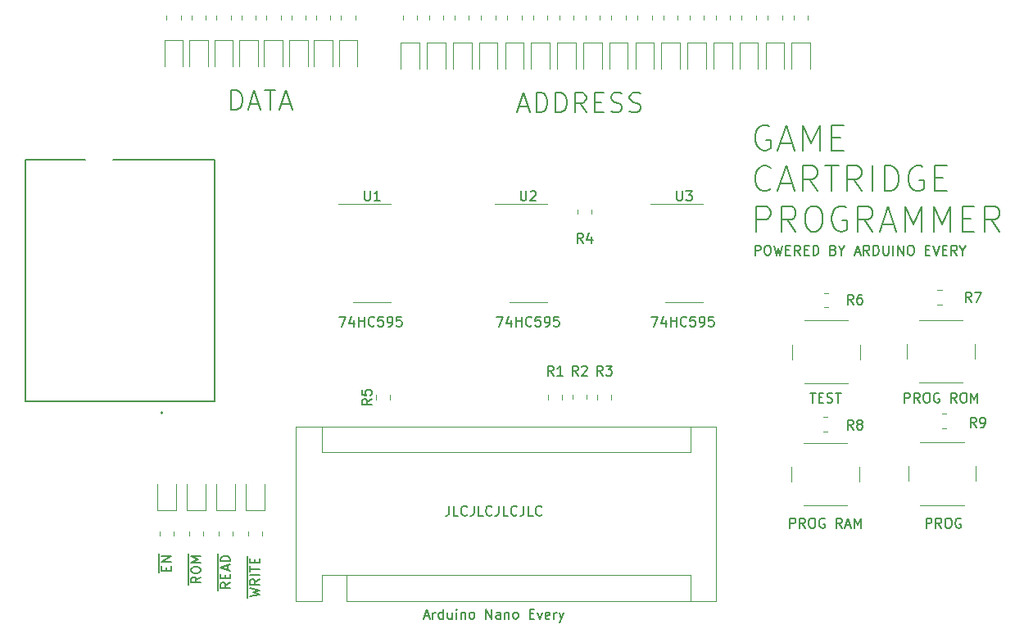
<source format=gbr>
%TF.GenerationSoftware,KiCad,Pcbnew,(6.0.0-0)*%
%TF.CreationDate,2022-01-13T01:42:20-05:00*%
%TF.ProjectId,ROM-Cartridge-programmer,524f4d2d-4361-4727-9472-696467652d70,rev?*%
%TF.SameCoordinates,Original*%
%TF.FileFunction,Legend,Top*%
%TF.FilePolarity,Positive*%
%FSLAX46Y46*%
G04 Gerber Fmt 4.6, Leading zero omitted, Abs format (unit mm)*
G04 Created by KiCad (PCBNEW (6.0.0-0)) date 2022-01-13 01:42:20*
%MOMM*%
%LPD*%
G01*
G04 APERTURE LIST*
%ADD10C,0.150000*%
%ADD11C,0.120000*%
%ADD12C,0.200000*%
G04 APERTURE END LIST*
D10*
X181538761Y-115276380D02*
X182110190Y-115276380D01*
X181824476Y-116276380D02*
X181824476Y-115276380D01*
X182443523Y-115752571D02*
X182776857Y-115752571D01*
X182919714Y-116276380D02*
X182443523Y-116276380D01*
X182443523Y-115276380D01*
X182919714Y-115276380D01*
X183300666Y-116228761D02*
X183443523Y-116276380D01*
X183681619Y-116276380D01*
X183776857Y-116228761D01*
X183824476Y-116181142D01*
X183872095Y-116085904D01*
X183872095Y-115990666D01*
X183824476Y-115895428D01*
X183776857Y-115847809D01*
X183681619Y-115800190D01*
X183491142Y-115752571D01*
X183395904Y-115704952D01*
X183348285Y-115657333D01*
X183300666Y-115562095D01*
X183300666Y-115466857D01*
X183348285Y-115371619D01*
X183395904Y-115324000D01*
X183491142Y-115276380D01*
X183729238Y-115276380D01*
X183872095Y-115324000D01*
X184157809Y-115276380D02*
X184729238Y-115276380D01*
X184443523Y-116276380D02*
X184443523Y-115276380D01*
X117280000Y-135113976D02*
X117280000Y-134113976D01*
X118562380Y-134304452D02*
X118086190Y-134637785D01*
X118562380Y-134875880D02*
X117562380Y-134875880D01*
X117562380Y-134494928D01*
X117610000Y-134399690D01*
X117657619Y-134352071D01*
X117752857Y-134304452D01*
X117895714Y-134304452D01*
X117990952Y-134352071D01*
X118038571Y-134399690D01*
X118086190Y-134494928D01*
X118086190Y-134875880D01*
X117280000Y-134113976D02*
X117280000Y-133066357D01*
X117562380Y-133685404D02*
X117562380Y-133494928D01*
X117610000Y-133399690D01*
X117705238Y-133304452D01*
X117895714Y-133256833D01*
X118229047Y-133256833D01*
X118419523Y-133304452D01*
X118514761Y-133399690D01*
X118562380Y-133494928D01*
X118562380Y-133685404D01*
X118514761Y-133780642D01*
X118419523Y-133875880D01*
X118229047Y-133923500D01*
X117895714Y-133923500D01*
X117705238Y-133875880D01*
X117610000Y-133780642D01*
X117562380Y-133685404D01*
X117280000Y-133066357D02*
X117280000Y-131923500D01*
X118562380Y-132828261D02*
X117562380Y-132828261D01*
X118276666Y-132494928D01*
X117562380Y-132161595D01*
X118562380Y-132161595D01*
X191310095Y-116276380D02*
X191310095Y-115276380D01*
X191691047Y-115276380D01*
X191786285Y-115324000D01*
X191833904Y-115371619D01*
X191881523Y-115466857D01*
X191881523Y-115609714D01*
X191833904Y-115704952D01*
X191786285Y-115752571D01*
X191691047Y-115800190D01*
X191310095Y-115800190D01*
X192881523Y-116276380D02*
X192548190Y-115800190D01*
X192310095Y-116276380D02*
X192310095Y-115276380D01*
X192691047Y-115276380D01*
X192786285Y-115324000D01*
X192833904Y-115371619D01*
X192881523Y-115466857D01*
X192881523Y-115609714D01*
X192833904Y-115704952D01*
X192786285Y-115752571D01*
X192691047Y-115800190D01*
X192310095Y-115800190D01*
X193500571Y-115276380D02*
X193691047Y-115276380D01*
X193786285Y-115324000D01*
X193881523Y-115419238D01*
X193929142Y-115609714D01*
X193929142Y-115943047D01*
X193881523Y-116133523D01*
X193786285Y-116228761D01*
X193691047Y-116276380D01*
X193500571Y-116276380D01*
X193405333Y-116228761D01*
X193310095Y-116133523D01*
X193262476Y-115943047D01*
X193262476Y-115609714D01*
X193310095Y-115419238D01*
X193405333Y-115324000D01*
X193500571Y-115276380D01*
X194881523Y-115324000D02*
X194786285Y-115276380D01*
X194643428Y-115276380D01*
X194500571Y-115324000D01*
X194405333Y-115419238D01*
X194357714Y-115514476D01*
X194310095Y-115704952D01*
X194310095Y-115847809D01*
X194357714Y-116038285D01*
X194405333Y-116133523D01*
X194500571Y-116228761D01*
X194643428Y-116276380D01*
X194738666Y-116276380D01*
X194881523Y-116228761D01*
X194929142Y-116181142D01*
X194929142Y-115847809D01*
X194738666Y-115847809D01*
X196691047Y-116276380D02*
X196357714Y-115800190D01*
X196119619Y-116276380D02*
X196119619Y-115276380D01*
X196500571Y-115276380D01*
X196595809Y-115324000D01*
X196643428Y-115371619D01*
X196691047Y-115466857D01*
X196691047Y-115609714D01*
X196643428Y-115704952D01*
X196595809Y-115752571D01*
X196500571Y-115800190D01*
X196119619Y-115800190D01*
X197310095Y-115276380D02*
X197500571Y-115276380D01*
X197595809Y-115324000D01*
X197691047Y-115419238D01*
X197738666Y-115609714D01*
X197738666Y-115943047D01*
X197691047Y-116133523D01*
X197595809Y-116228761D01*
X197500571Y-116276380D01*
X197310095Y-116276380D01*
X197214857Y-116228761D01*
X197119619Y-116133523D01*
X197072000Y-115943047D01*
X197072000Y-115609714D01*
X197119619Y-115419238D01*
X197214857Y-115324000D01*
X197310095Y-115276380D01*
X198167238Y-116276380D02*
X198167238Y-115276380D01*
X198500571Y-115990666D01*
X198833904Y-115276380D01*
X198833904Y-116276380D01*
X144224952Y-126960380D02*
X144224952Y-127674666D01*
X144177333Y-127817523D01*
X144082095Y-127912761D01*
X143939238Y-127960380D01*
X143844000Y-127960380D01*
X145177333Y-127960380D02*
X144701142Y-127960380D01*
X144701142Y-126960380D01*
X146082095Y-127865142D02*
X146034476Y-127912761D01*
X145891619Y-127960380D01*
X145796380Y-127960380D01*
X145653523Y-127912761D01*
X145558285Y-127817523D01*
X145510666Y-127722285D01*
X145463047Y-127531809D01*
X145463047Y-127388952D01*
X145510666Y-127198476D01*
X145558285Y-127103238D01*
X145653523Y-127008000D01*
X145796380Y-126960380D01*
X145891619Y-126960380D01*
X146034476Y-127008000D01*
X146082095Y-127055619D01*
X146796380Y-126960380D02*
X146796380Y-127674666D01*
X146748761Y-127817523D01*
X146653523Y-127912761D01*
X146510666Y-127960380D01*
X146415428Y-127960380D01*
X147748761Y-127960380D02*
X147272571Y-127960380D01*
X147272571Y-126960380D01*
X148653523Y-127865142D02*
X148605904Y-127912761D01*
X148463047Y-127960380D01*
X148367809Y-127960380D01*
X148224952Y-127912761D01*
X148129714Y-127817523D01*
X148082095Y-127722285D01*
X148034476Y-127531809D01*
X148034476Y-127388952D01*
X148082095Y-127198476D01*
X148129714Y-127103238D01*
X148224952Y-127008000D01*
X148367809Y-126960380D01*
X148463047Y-126960380D01*
X148605904Y-127008000D01*
X148653523Y-127055619D01*
X149367809Y-126960380D02*
X149367809Y-127674666D01*
X149320190Y-127817523D01*
X149224952Y-127912761D01*
X149082095Y-127960380D01*
X148986857Y-127960380D01*
X150320190Y-127960380D02*
X149844000Y-127960380D01*
X149844000Y-126960380D01*
X151224952Y-127865142D02*
X151177333Y-127912761D01*
X151034476Y-127960380D01*
X150939238Y-127960380D01*
X150796380Y-127912761D01*
X150701142Y-127817523D01*
X150653523Y-127722285D01*
X150605904Y-127531809D01*
X150605904Y-127388952D01*
X150653523Y-127198476D01*
X150701142Y-127103238D01*
X150796380Y-127008000D01*
X150939238Y-126960380D01*
X151034476Y-126960380D01*
X151177333Y-127008000D01*
X151224952Y-127055619D01*
X151939238Y-126960380D02*
X151939238Y-127674666D01*
X151891619Y-127817523D01*
X151796380Y-127912761D01*
X151653523Y-127960380D01*
X151558285Y-127960380D01*
X152891619Y-127960380D02*
X152415428Y-127960380D01*
X152415428Y-126960380D01*
X153796380Y-127865142D02*
X153748761Y-127912761D01*
X153605904Y-127960380D01*
X153510666Y-127960380D01*
X153367809Y-127912761D01*
X153272571Y-127817523D01*
X153224952Y-127722285D01*
X153177333Y-127531809D01*
X153177333Y-127388952D01*
X153224952Y-127198476D01*
X153272571Y-127103238D01*
X153367809Y-127008000D01*
X153510666Y-126960380D01*
X153605904Y-126960380D01*
X153748761Y-127008000D01*
X153796380Y-127055619D01*
X120328000Y-135685404D02*
X120328000Y-134685404D01*
X121610380Y-134875880D02*
X121134190Y-135209214D01*
X121610380Y-135447309D02*
X120610380Y-135447309D01*
X120610380Y-135066357D01*
X120658000Y-134971119D01*
X120705619Y-134923500D01*
X120800857Y-134875880D01*
X120943714Y-134875880D01*
X121038952Y-134923500D01*
X121086571Y-134971119D01*
X121134190Y-135066357D01*
X121134190Y-135447309D01*
X120328000Y-134685404D02*
X120328000Y-133780642D01*
X121086571Y-134447309D02*
X121086571Y-134113976D01*
X121610380Y-133971119D02*
X121610380Y-134447309D01*
X120610380Y-134447309D01*
X120610380Y-133971119D01*
X120328000Y-133780642D02*
X120328000Y-132923500D01*
X121324666Y-133590166D02*
X121324666Y-133113976D01*
X121610380Y-133685404D02*
X120610380Y-133352071D01*
X121610380Y-133018738D01*
X120328000Y-132923500D02*
X120328000Y-131923500D01*
X121610380Y-132685404D02*
X120610380Y-132685404D01*
X120610380Y-132447309D01*
X120658000Y-132304452D01*
X120753238Y-132209214D01*
X120848476Y-132161595D01*
X121038952Y-132113976D01*
X121181809Y-132113976D01*
X121372285Y-132161595D01*
X121467523Y-132209214D01*
X121562761Y-132304452D01*
X121610380Y-132447309D01*
X121610380Y-132685404D01*
X193540285Y-129230380D02*
X193540285Y-128230380D01*
X193921238Y-128230380D01*
X194016476Y-128278000D01*
X194064095Y-128325619D01*
X194111714Y-128420857D01*
X194111714Y-128563714D01*
X194064095Y-128658952D01*
X194016476Y-128706571D01*
X193921238Y-128754190D01*
X193540285Y-128754190D01*
X195111714Y-129230380D02*
X194778380Y-128754190D01*
X194540285Y-129230380D02*
X194540285Y-128230380D01*
X194921238Y-128230380D01*
X195016476Y-128278000D01*
X195064095Y-128325619D01*
X195111714Y-128420857D01*
X195111714Y-128563714D01*
X195064095Y-128658952D01*
X195016476Y-128706571D01*
X194921238Y-128754190D01*
X194540285Y-128754190D01*
X195730761Y-128230380D02*
X195921238Y-128230380D01*
X196016476Y-128278000D01*
X196111714Y-128373238D01*
X196159333Y-128563714D01*
X196159333Y-128897047D01*
X196111714Y-129087523D01*
X196016476Y-129182761D01*
X195921238Y-129230380D01*
X195730761Y-129230380D01*
X195635523Y-129182761D01*
X195540285Y-129087523D01*
X195492666Y-128897047D01*
X195492666Y-128563714D01*
X195540285Y-128373238D01*
X195635523Y-128278000D01*
X195730761Y-128230380D01*
X197111714Y-128278000D02*
X197016476Y-128230380D01*
X196873619Y-128230380D01*
X196730761Y-128278000D01*
X196635523Y-128373238D01*
X196587904Y-128468476D01*
X196540285Y-128658952D01*
X196540285Y-128801809D01*
X196587904Y-128992285D01*
X196635523Y-129087523D01*
X196730761Y-129182761D01*
X196873619Y-129230380D01*
X196968857Y-129230380D01*
X197111714Y-129182761D01*
X197159333Y-129135142D01*
X197159333Y-128801809D01*
X196968857Y-128801809D01*
X177338452Y-87732000D02*
X177090833Y-87608190D01*
X176719404Y-87608190D01*
X176347976Y-87732000D01*
X176100357Y-87979619D01*
X175976547Y-88227238D01*
X175852738Y-88722476D01*
X175852738Y-89093904D01*
X175976547Y-89589142D01*
X176100357Y-89836761D01*
X176347976Y-90084380D01*
X176719404Y-90208190D01*
X176967023Y-90208190D01*
X177338452Y-90084380D01*
X177462261Y-89960571D01*
X177462261Y-89093904D01*
X176967023Y-89093904D01*
X178452738Y-89465333D02*
X179690833Y-89465333D01*
X178205119Y-90208190D02*
X179071785Y-87608190D01*
X179938452Y-90208190D01*
X180805119Y-90208190D02*
X180805119Y-87608190D01*
X181671785Y-89465333D01*
X182538452Y-87608190D01*
X182538452Y-90208190D01*
X183776547Y-88846285D02*
X184643214Y-88846285D01*
X185014642Y-90208190D02*
X183776547Y-90208190D01*
X183776547Y-87608190D01*
X185014642Y-87608190D01*
X177462261Y-94146571D02*
X177338452Y-94270380D01*
X176967023Y-94394190D01*
X176719404Y-94394190D01*
X176347976Y-94270380D01*
X176100357Y-94022761D01*
X175976547Y-93775142D01*
X175852738Y-93279904D01*
X175852738Y-92908476D01*
X175976547Y-92413238D01*
X176100357Y-92165619D01*
X176347976Y-91918000D01*
X176719404Y-91794190D01*
X176967023Y-91794190D01*
X177338452Y-91918000D01*
X177462261Y-92041809D01*
X178452738Y-93651333D02*
X179690833Y-93651333D01*
X178205119Y-94394190D02*
X179071785Y-91794190D01*
X179938452Y-94394190D01*
X182290833Y-94394190D02*
X181424166Y-93156095D01*
X180805119Y-94394190D02*
X180805119Y-91794190D01*
X181795595Y-91794190D01*
X182043214Y-91918000D01*
X182167023Y-92041809D01*
X182290833Y-92289428D01*
X182290833Y-92660857D01*
X182167023Y-92908476D01*
X182043214Y-93032285D01*
X181795595Y-93156095D01*
X180805119Y-93156095D01*
X183033690Y-91794190D02*
X184519404Y-91794190D01*
X183776547Y-94394190D02*
X183776547Y-91794190D01*
X186871785Y-94394190D02*
X186005119Y-93156095D01*
X185386071Y-94394190D02*
X185386071Y-91794190D01*
X186376547Y-91794190D01*
X186624166Y-91918000D01*
X186747976Y-92041809D01*
X186871785Y-92289428D01*
X186871785Y-92660857D01*
X186747976Y-92908476D01*
X186624166Y-93032285D01*
X186376547Y-93156095D01*
X185386071Y-93156095D01*
X187986071Y-94394190D02*
X187986071Y-91794190D01*
X189224166Y-94394190D02*
X189224166Y-91794190D01*
X189843214Y-91794190D01*
X190214642Y-91918000D01*
X190462261Y-92165619D01*
X190586071Y-92413238D01*
X190709880Y-92908476D01*
X190709880Y-93279904D01*
X190586071Y-93775142D01*
X190462261Y-94022761D01*
X190214642Y-94270380D01*
X189843214Y-94394190D01*
X189224166Y-94394190D01*
X193186071Y-91918000D02*
X192938452Y-91794190D01*
X192567023Y-91794190D01*
X192195595Y-91918000D01*
X191947976Y-92165619D01*
X191824166Y-92413238D01*
X191700357Y-92908476D01*
X191700357Y-93279904D01*
X191824166Y-93775142D01*
X191947976Y-94022761D01*
X192195595Y-94270380D01*
X192567023Y-94394190D01*
X192814642Y-94394190D01*
X193186071Y-94270380D01*
X193309880Y-94146571D01*
X193309880Y-93279904D01*
X192814642Y-93279904D01*
X194424166Y-93032285D02*
X195290833Y-93032285D01*
X195662261Y-94394190D02*
X194424166Y-94394190D01*
X194424166Y-91794190D01*
X195662261Y-91794190D01*
X175976547Y-98580190D02*
X175976547Y-95980190D01*
X176967023Y-95980190D01*
X177214642Y-96104000D01*
X177338452Y-96227809D01*
X177462261Y-96475428D01*
X177462261Y-96846857D01*
X177338452Y-97094476D01*
X177214642Y-97218285D01*
X176967023Y-97342095D01*
X175976547Y-97342095D01*
X180062261Y-98580190D02*
X179195595Y-97342095D01*
X178576547Y-98580190D02*
X178576547Y-95980190D01*
X179567023Y-95980190D01*
X179814642Y-96104000D01*
X179938452Y-96227809D01*
X180062261Y-96475428D01*
X180062261Y-96846857D01*
X179938452Y-97094476D01*
X179814642Y-97218285D01*
X179567023Y-97342095D01*
X178576547Y-97342095D01*
X181671785Y-95980190D02*
X182167023Y-95980190D01*
X182414642Y-96104000D01*
X182662261Y-96351619D01*
X182786071Y-96846857D01*
X182786071Y-97713523D01*
X182662261Y-98208761D01*
X182414642Y-98456380D01*
X182167023Y-98580190D01*
X181671785Y-98580190D01*
X181424166Y-98456380D01*
X181176547Y-98208761D01*
X181052738Y-97713523D01*
X181052738Y-96846857D01*
X181176547Y-96351619D01*
X181424166Y-96104000D01*
X181671785Y-95980190D01*
X185262261Y-96104000D02*
X185014642Y-95980190D01*
X184643214Y-95980190D01*
X184271785Y-96104000D01*
X184024166Y-96351619D01*
X183900357Y-96599238D01*
X183776547Y-97094476D01*
X183776547Y-97465904D01*
X183900357Y-97961142D01*
X184024166Y-98208761D01*
X184271785Y-98456380D01*
X184643214Y-98580190D01*
X184890833Y-98580190D01*
X185262261Y-98456380D01*
X185386071Y-98332571D01*
X185386071Y-97465904D01*
X184890833Y-97465904D01*
X187986071Y-98580190D02*
X187119404Y-97342095D01*
X186500357Y-98580190D02*
X186500357Y-95980190D01*
X187490833Y-95980190D01*
X187738452Y-96104000D01*
X187862261Y-96227809D01*
X187986071Y-96475428D01*
X187986071Y-96846857D01*
X187862261Y-97094476D01*
X187738452Y-97218285D01*
X187490833Y-97342095D01*
X186500357Y-97342095D01*
X188976547Y-97837333D02*
X190214642Y-97837333D01*
X188728928Y-98580190D02*
X189595595Y-95980190D01*
X190462261Y-98580190D01*
X191328928Y-98580190D02*
X191328928Y-95980190D01*
X192195595Y-97837333D01*
X193062261Y-95980190D01*
X193062261Y-98580190D01*
X194300357Y-98580190D02*
X194300357Y-95980190D01*
X195167023Y-97837333D01*
X196033690Y-95980190D01*
X196033690Y-98580190D01*
X197271785Y-97218285D02*
X198138452Y-97218285D01*
X198509880Y-98580190D02*
X197271785Y-98580190D01*
X197271785Y-95980190D01*
X198509880Y-95980190D01*
X201109880Y-98580190D02*
X200243214Y-97342095D01*
X199624166Y-98580190D02*
X199624166Y-95980190D01*
X200614642Y-95980190D01*
X200862261Y-96104000D01*
X200986071Y-96227809D01*
X201109880Y-96475428D01*
X201109880Y-96846857D01*
X200986071Y-97094476D01*
X200862261Y-97218285D01*
X200614642Y-97342095D01*
X199624166Y-97342095D01*
X179467333Y-129230380D02*
X179467333Y-128230380D01*
X179848285Y-128230380D01*
X179943523Y-128278000D01*
X179991142Y-128325619D01*
X180038761Y-128420857D01*
X180038761Y-128563714D01*
X179991142Y-128658952D01*
X179943523Y-128706571D01*
X179848285Y-128754190D01*
X179467333Y-128754190D01*
X181038761Y-129230380D02*
X180705428Y-128754190D01*
X180467333Y-129230380D02*
X180467333Y-128230380D01*
X180848285Y-128230380D01*
X180943523Y-128278000D01*
X180991142Y-128325619D01*
X181038761Y-128420857D01*
X181038761Y-128563714D01*
X180991142Y-128658952D01*
X180943523Y-128706571D01*
X180848285Y-128754190D01*
X180467333Y-128754190D01*
X181657809Y-128230380D02*
X181848285Y-128230380D01*
X181943523Y-128278000D01*
X182038761Y-128373238D01*
X182086380Y-128563714D01*
X182086380Y-128897047D01*
X182038761Y-129087523D01*
X181943523Y-129182761D01*
X181848285Y-129230380D01*
X181657809Y-129230380D01*
X181562571Y-129182761D01*
X181467333Y-129087523D01*
X181419714Y-128897047D01*
X181419714Y-128563714D01*
X181467333Y-128373238D01*
X181562571Y-128278000D01*
X181657809Y-128230380D01*
X183038761Y-128278000D02*
X182943523Y-128230380D01*
X182800666Y-128230380D01*
X182657809Y-128278000D01*
X182562571Y-128373238D01*
X182514952Y-128468476D01*
X182467333Y-128658952D01*
X182467333Y-128801809D01*
X182514952Y-128992285D01*
X182562571Y-129087523D01*
X182657809Y-129182761D01*
X182800666Y-129230380D01*
X182895904Y-129230380D01*
X183038761Y-129182761D01*
X183086380Y-129135142D01*
X183086380Y-128801809D01*
X182895904Y-128801809D01*
X184848285Y-129230380D02*
X184514952Y-128754190D01*
X184276857Y-129230380D02*
X184276857Y-128230380D01*
X184657809Y-128230380D01*
X184753047Y-128278000D01*
X184800666Y-128325619D01*
X184848285Y-128420857D01*
X184848285Y-128563714D01*
X184800666Y-128658952D01*
X184753047Y-128706571D01*
X184657809Y-128754190D01*
X184276857Y-128754190D01*
X185229238Y-128944666D02*
X185705428Y-128944666D01*
X185134000Y-129230380D02*
X185467333Y-128230380D01*
X185800666Y-129230380D01*
X186134000Y-129230380D02*
X186134000Y-128230380D01*
X186467333Y-128944666D01*
X186800666Y-128230380D01*
X186800666Y-129230380D01*
X151448285Y-85677333D02*
X152400666Y-85677333D01*
X151257809Y-86248761D02*
X151924476Y-84248761D01*
X152591142Y-86248761D01*
X153257809Y-86248761D02*
X153257809Y-84248761D01*
X153734000Y-84248761D01*
X154019714Y-84344000D01*
X154210190Y-84534476D01*
X154305428Y-84724952D01*
X154400666Y-85105904D01*
X154400666Y-85391619D01*
X154305428Y-85772571D01*
X154210190Y-85963047D01*
X154019714Y-86153523D01*
X153734000Y-86248761D01*
X153257809Y-86248761D01*
X155257809Y-86248761D02*
X155257809Y-84248761D01*
X155734000Y-84248761D01*
X156019714Y-84344000D01*
X156210190Y-84534476D01*
X156305428Y-84724952D01*
X156400666Y-85105904D01*
X156400666Y-85391619D01*
X156305428Y-85772571D01*
X156210190Y-85963047D01*
X156019714Y-86153523D01*
X155734000Y-86248761D01*
X155257809Y-86248761D01*
X158400666Y-86248761D02*
X157734000Y-85296380D01*
X157257809Y-86248761D02*
X157257809Y-84248761D01*
X158019714Y-84248761D01*
X158210190Y-84344000D01*
X158305428Y-84439238D01*
X158400666Y-84629714D01*
X158400666Y-84915428D01*
X158305428Y-85105904D01*
X158210190Y-85201142D01*
X158019714Y-85296380D01*
X157257809Y-85296380D01*
X159257809Y-85201142D02*
X159924476Y-85201142D01*
X160210190Y-86248761D02*
X159257809Y-86248761D01*
X159257809Y-84248761D01*
X160210190Y-84248761D01*
X160972095Y-86153523D02*
X161257809Y-86248761D01*
X161734000Y-86248761D01*
X161924476Y-86153523D01*
X162019714Y-86058285D01*
X162114952Y-85867809D01*
X162114952Y-85677333D01*
X162019714Y-85486857D01*
X161924476Y-85391619D01*
X161734000Y-85296380D01*
X161353047Y-85201142D01*
X161162571Y-85105904D01*
X161067333Y-85010666D01*
X160972095Y-84820190D01*
X160972095Y-84629714D01*
X161067333Y-84439238D01*
X161162571Y-84344000D01*
X161353047Y-84248761D01*
X161829238Y-84248761D01*
X162114952Y-84344000D01*
X162876857Y-86153523D02*
X163162571Y-86248761D01*
X163638761Y-86248761D01*
X163829238Y-86153523D01*
X163924476Y-86058285D01*
X164019714Y-85867809D01*
X164019714Y-85677333D01*
X163924476Y-85486857D01*
X163829238Y-85391619D01*
X163638761Y-85296380D01*
X163257809Y-85201142D01*
X163067333Y-85105904D01*
X162972095Y-85010666D01*
X162876857Y-84820190D01*
X162876857Y-84629714D01*
X162972095Y-84439238D01*
X163067333Y-84344000D01*
X163257809Y-84248761D01*
X163734000Y-84248761D01*
X164019714Y-84344000D01*
X121714000Y-85994761D02*
X121714000Y-83994761D01*
X122190190Y-83994761D01*
X122475904Y-84090000D01*
X122666380Y-84280476D01*
X122761619Y-84470952D01*
X122856857Y-84851904D01*
X122856857Y-85137619D01*
X122761619Y-85518571D01*
X122666380Y-85709047D01*
X122475904Y-85899523D01*
X122190190Y-85994761D01*
X121714000Y-85994761D01*
X123618761Y-85423333D02*
X124571142Y-85423333D01*
X123428285Y-85994761D02*
X124094952Y-83994761D01*
X124761619Y-85994761D01*
X125142571Y-83994761D02*
X126285428Y-83994761D01*
X125714000Y-85994761D02*
X125714000Y-83994761D01*
X126856857Y-85423333D02*
X127809238Y-85423333D01*
X126666380Y-85994761D02*
X127333047Y-83994761D01*
X127999714Y-85994761D01*
X165140095Y-107402380D02*
X165806761Y-107402380D01*
X165378190Y-108402380D01*
X166616285Y-107735714D02*
X166616285Y-108402380D01*
X166378190Y-107354761D02*
X166140095Y-108069047D01*
X166759142Y-108069047D01*
X167140095Y-108402380D02*
X167140095Y-107402380D01*
X167140095Y-107878571D02*
X167711523Y-107878571D01*
X167711523Y-108402380D02*
X167711523Y-107402380D01*
X168759142Y-108307142D02*
X168711523Y-108354761D01*
X168568666Y-108402380D01*
X168473428Y-108402380D01*
X168330571Y-108354761D01*
X168235333Y-108259523D01*
X168187714Y-108164285D01*
X168140095Y-107973809D01*
X168140095Y-107830952D01*
X168187714Y-107640476D01*
X168235333Y-107545238D01*
X168330571Y-107450000D01*
X168473428Y-107402380D01*
X168568666Y-107402380D01*
X168711523Y-107450000D01*
X168759142Y-107497619D01*
X169663904Y-107402380D02*
X169187714Y-107402380D01*
X169140095Y-107878571D01*
X169187714Y-107830952D01*
X169282952Y-107783333D01*
X169521047Y-107783333D01*
X169616285Y-107830952D01*
X169663904Y-107878571D01*
X169711523Y-107973809D01*
X169711523Y-108211904D01*
X169663904Y-108307142D01*
X169616285Y-108354761D01*
X169521047Y-108402380D01*
X169282952Y-108402380D01*
X169187714Y-108354761D01*
X169140095Y-108307142D01*
X170187714Y-108402380D02*
X170378190Y-108402380D01*
X170473428Y-108354761D01*
X170521047Y-108307142D01*
X170616285Y-108164285D01*
X170663904Y-107973809D01*
X170663904Y-107592857D01*
X170616285Y-107497619D01*
X170568666Y-107450000D01*
X170473428Y-107402380D01*
X170282952Y-107402380D01*
X170187714Y-107450000D01*
X170140095Y-107497619D01*
X170092476Y-107592857D01*
X170092476Y-107830952D01*
X170140095Y-107926190D01*
X170187714Y-107973809D01*
X170282952Y-108021428D01*
X170473428Y-108021428D01*
X170568666Y-107973809D01*
X170616285Y-107926190D01*
X170663904Y-107830952D01*
X171568666Y-107402380D02*
X171092476Y-107402380D01*
X171044857Y-107878571D01*
X171092476Y-107830952D01*
X171187714Y-107783333D01*
X171425809Y-107783333D01*
X171521047Y-107830952D01*
X171568666Y-107878571D01*
X171616285Y-107973809D01*
X171616285Y-108211904D01*
X171568666Y-108307142D01*
X171521047Y-108354761D01*
X171425809Y-108402380D01*
X171187714Y-108402380D01*
X171092476Y-108354761D01*
X171044857Y-108307142D01*
X132882095Y-107402380D02*
X133548761Y-107402380D01*
X133120190Y-108402380D01*
X134358285Y-107735714D02*
X134358285Y-108402380D01*
X134120190Y-107354761D02*
X133882095Y-108069047D01*
X134501142Y-108069047D01*
X134882095Y-108402380D02*
X134882095Y-107402380D01*
X134882095Y-107878571D02*
X135453523Y-107878571D01*
X135453523Y-108402380D02*
X135453523Y-107402380D01*
X136501142Y-108307142D02*
X136453523Y-108354761D01*
X136310666Y-108402380D01*
X136215428Y-108402380D01*
X136072571Y-108354761D01*
X135977333Y-108259523D01*
X135929714Y-108164285D01*
X135882095Y-107973809D01*
X135882095Y-107830952D01*
X135929714Y-107640476D01*
X135977333Y-107545238D01*
X136072571Y-107450000D01*
X136215428Y-107402380D01*
X136310666Y-107402380D01*
X136453523Y-107450000D01*
X136501142Y-107497619D01*
X137405904Y-107402380D02*
X136929714Y-107402380D01*
X136882095Y-107878571D01*
X136929714Y-107830952D01*
X137024952Y-107783333D01*
X137263047Y-107783333D01*
X137358285Y-107830952D01*
X137405904Y-107878571D01*
X137453523Y-107973809D01*
X137453523Y-108211904D01*
X137405904Y-108307142D01*
X137358285Y-108354761D01*
X137263047Y-108402380D01*
X137024952Y-108402380D01*
X136929714Y-108354761D01*
X136882095Y-108307142D01*
X137929714Y-108402380D02*
X138120190Y-108402380D01*
X138215428Y-108354761D01*
X138263047Y-108307142D01*
X138358285Y-108164285D01*
X138405904Y-107973809D01*
X138405904Y-107592857D01*
X138358285Y-107497619D01*
X138310666Y-107450000D01*
X138215428Y-107402380D01*
X138024952Y-107402380D01*
X137929714Y-107450000D01*
X137882095Y-107497619D01*
X137834476Y-107592857D01*
X137834476Y-107830952D01*
X137882095Y-107926190D01*
X137929714Y-107973809D01*
X138024952Y-108021428D01*
X138215428Y-108021428D01*
X138310666Y-107973809D01*
X138358285Y-107926190D01*
X138405904Y-107830952D01*
X139310666Y-107402380D02*
X138834476Y-107402380D01*
X138786857Y-107878571D01*
X138834476Y-107830952D01*
X138929714Y-107783333D01*
X139167809Y-107783333D01*
X139263047Y-107830952D01*
X139310666Y-107878571D01*
X139358285Y-107973809D01*
X139358285Y-108211904D01*
X139310666Y-108307142D01*
X139263047Y-108354761D01*
X139167809Y-108402380D01*
X138929714Y-108402380D01*
X138834476Y-108354761D01*
X138786857Y-108307142D01*
X123376000Y-136463214D02*
X123376000Y-135320357D01*
X123658380Y-136320357D02*
X124658380Y-136082261D01*
X123944095Y-135891785D01*
X124658380Y-135701309D01*
X123658380Y-135463214D01*
X123376000Y-135320357D02*
X123376000Y-134320357D01*
X124658380Y-134510833D02*
X124182190Y-134844166D01*
X124658380Y-135082261D02*
X123658380Y-135082261D01*
X123658380Y-134701309D01*
X123706000Y-134606071D01*
X123753619Y-134558452D01*
X123848857Y-134510833D01*
X123991714Y-134510833D01*
X124086952Y-134558452D01*
X124134571Y-134606071D01*
X124182190Y-134701309D01*
X124182190Y-135082261D01*
X123376000Y-134320357D02*
X123376000Y-133844166D01*
X124658380Y-134082261D02*
X123658380Y-134082261D01*
X123376000Y-133844166D02*
X123376000Y-133082261D01*
X123658380Y-133748928D02*
X123658380Y-133177500D01*
X124658380Y-133463214D02*
X123658380Y-133463214D01*
X123376000Y-133082261D02*
X123376000Y-132177500D01*
X124134571Y-132844166D02*
X124134571Y-132510833D01*
X124658380Y-132367976D02*
X124658380Y-132844166D01*
X123658380Y-132844166D01*
X123658380Y-132367976D01*
X175856666Y-101036380D02*
X175856666Y-100036380D01*
X176237619Y-100036380D01*
X176332857Y-100084000D01*
X176380476Y-100131619D01*
X176428095Y-100226857D01*
X176428095Y-100369714D01*
X176380476Y-100464952D01*
X176332857Y-100512571D01*
X176237619Y-100560190D01*
X175856666Y-100560190D01*
X177047142Y-100036380D02*
X177237619Y-100036380D01*
X177332857Y-100084000D01*
X177428095Y-100179238D01*
X177475714Y-100369714D01*
X177475714Y-100703047D01*
X177428095Y-100893523D01*
X177332857Y-100988761D01*
X177237619Y-101036380D01*
X177047142Y-101036380D01*
X176951904Y-100988761D01*
X176856666Y-100893523D01*
X176809047Y-100703047D01*
X176809047Y-100369714D01*
X176856666Y-100179238D01*
X176951904Y-100084000D01*
X177047142Y-100036380D01*
X177809047Y-100036380D02*
X178047142Y-101036380D01*
X178237619Y-100322095D01*
X178428095Y-101036380D01*
X178666190Y-100036380D01*
X179047142Y-100512571D02*
X179380476Y-100512571D01*
X179523333Y-101036380D02*
X179047142Y-101036380D01*
X179047142Y-100036380D01*
X179523333Y-100036380D01*
X180523333Y-101036380D02*
X180190000Y-100560190D01*
X179951904Y-101036380D02*
X179951904Y-100036380D01*
X180332857Y-100036380D01*
X180428095Y-100084000D01*
X180475714Y-100131619D01*
X180523333Y-100226857D01*
X180523333Y-100369714D01*
X180475714Y-100464952D01*
X180428095Y-100512571D01*
X180332857Y-100560190D01*
X179951904Y-100560190D01*
X180951904Y-100512571D02*
X181285238Y-100512571D01*
X181428095Y-101036380D02*
X180951904Y-101036380D01*
X180951904Y-100036380D01*
X181428095Y-100036380D01*
X181856666Y-101036380D02*
X181856666Y-100036380D01*
X182094761Y-100036380D01*
X182237619Y-100084000D01*
X182332857Y-100179238D01*
X182380476Y-100274476D01*
X182428095Y-100464952D01*
X182428095Y-100607809D01*
X182380476Y-100798285D01*
X182332857Y-100893523D01*
X182237619Y-100988761D01*
X182094761Y-101036380D01*
X181856666Y-101036380D01*
X183951904Y-100512571D02*
X184094761Y-100560190D01*
X184142380Y-100607809D01*
X184190000Y-100703047D01*
X184190000Y-100845904D01*
X184142380Y-100941142D01*
X184094761Y-100988761D01*
X183999523Y-101036380D01*
X183618571Y-101036380D01*
X183618571Y-100036380D01*
X183951904Y-100036380D01*
X184047142Y-100084000D01*
X184094761Y-100131619D01*
X184142380Y-100226857D01*
X184142380Y-100322095D01*
X184094761Y-100417333D01*
X184047142Y-100464952D01*
X183951904Y-100512571D01*
X183618571Y-100512571D01*
X184809047Y-100560190D02*
X184809047Y-101036380D01*
X184475714Y-100036380D02*
X184809047Y-100560190D01*
X185142380Y-100036380D01*
X186190000Y-100750666D02*
X186666190Y-100750666D01*
X186094761Y-101036380D02*
X186428095Y-100036380D01*
X186761428Y-101036380D01*
X187666190Y-101036380D02*
X187332857Y-100560190D01*
X187094761Y-101036380D02*
X187094761Y-100036380D01*
X187475714Y-100036380D01*
X187570952Y-100084000D01*
X187618571Y-100131619D01*
X187666190Y-100226857D01*
X187666190Y-100369714D01*
X187618571Y-100464952D01*
X187570952Y-100512571D01*
X187475714Y-100560190D01*
X187094761Y-100560190D01*
X188094761Y-101036380D02*
X188094761Y-100036380D01*
X188332857Y-100036380D01*
X188475714Y-100084000D01*
X188570952Y-100179238D01*
X188618571Y-100274476D01*
X188666190Y-100464952D01*
X188666190Y-100607809D01*
X188618571Y-100798285D01*
X188570952Y-100893523D01*
X188475714Y-100988761D01*
X188332857Y-101036380D01*
X188094761Y-101036380D01*
X189094761Y-100036380D02*
X189094761Y-100845904D01*
X189142380Y-100941142D01*
X189190000Y-100988761D01*
X189285238Y-101036380D01*
X189475714Y-101036380D01*
X189570952Y-100988761D01*
X189618571Y-100941142D01*
X189666190Y-100845904D01*
X189666190Y-100036380D01*
X190142380Y-101036380D02*
X190142380Y-100036380D01*
X190618571Y-101036380D02*
X190618571Y-100036380D01*
X191190000Y-101036380D01*
X191190000Y-100036380D01*
X191856666Y-100036380D02*
X192047142Y-100036380D01*
X192142380Y-100084000D01*
X192237619Y-100179238D01*
X192285238Y-100369714D01*
X192285238Y-100703047D01*
X192237619Y-100893523D01*
X192142380Y-100988761D01*
X192047142Y-101036380D01*
X191856666Y-101036380D01*
X191761428Y-100988761D01*
X191666190Y-100893523D01*
X191618571Y-100703047D01*
X191618571Y-100369714D01*
X191666190Y-100179238D01*
X191761428Y-100084000D01*
X191856666Y-100036380D01*
X193475714Y-100512571D02*
X193809047Y-100512571D01*
X193951904Y-101036380D02*
X193475714Y-101036380D01*
X193475714Y-100036380D01*
X193951904Y-100036380D01*
X194237619Y-100036380D02*
X194570952Y-101036380D01*
X194904285Y-100036380D01*
X195237619Y-100512571D02*
X195570952Y-100512571D01*
X195713809Y-101036380D02*
X195237619Y-101036380D01*
X195237619Y-100036380D01*
X195713809Y-100036380D01*
X196713809Y-101036380D02*
X196380476Y-100560190D01*
X196142380Y-101036380D02*
X196142380Y-100036380D01*
X196523333Y-100036380D01*
X196618571Y-100084000D01*
X196666190Y-100131619D01*
X196713809Y-100226857D01*
X196713809Y-100369714D01*
X196666190Y-100464952D01*
X196618571Y-100512571D01*
X196523333Y-100560190D01*
X196142380Y-100560190D01*
X197332857Y-100560190D02*
X197332857Y-101036380D01*
X196999523Y-100036380D02*
X197332857Y-100560190D01*
X197666190Y-100036380D01*
X114232000Y-133875880D02*
X114232000Y-132971119D01*
X114990571Y-133637785D02*
X114990571Y-133304452D01*
X115514380Y-133161595D02*
X115514380Y-133637785D01*
X114514380Y-133637785D01*
X114514380Y-133161595D01*
X114232000Y-132971119D02*
X114232000Y-131923500D01*
X115514380Y-132733023D02*
X114514380Y-132733023D01*
X115514380Y-132161595D01*
X114514380Y-132161595D01*
X149138095Y-107402380D02*
X149804761Y-107402380D01*
X149376190Y-108402380D01*
X150614285Y-107735714D02*
X150614285Y-108402380D01*
X150376190Y-107354761D02*
X150138095Y-108069047D01*
X150757142Y-108069047D01*
X151138095Y-108402380D02*
X151138095Y-107402380D01*
X151138095Y-107878571D02*
X151709523Y-107878571D01*
X151709523Y-108402380D02*
X151709523Y-107402380D01*
X152757142Y-108307142D02*
X152709523Y-108354761D01*
X152566666Y-108402380D01*
X152471428Y-108402380D01*
X152328571Y-108354761D01*
X152233333Y-108259523D01*
X152185714Y-108164285D01*
X152138095Y-107973809D01*
X152138095Y-107830952D01*
X152185714Y-107640476D01*
X152233333Y-107545238D01*
X152328571Y-107450000D01*
X152471428Y-107402380D01*
X152566666Y-107402380D01*
X152709523Y-107450000D01*
X152757142Y-107497619D01*
X153661904Y-107402380D02*
X153185714Y-107402380D01*
X153138095Y-107878571D01*
X153185714Y-107830952D01*
X153280952Y-107783333D01*
X153519047Y-107783333D01*
X153614285Y-107830952D01*
X153661904Y-107878571D01*
X153709523Y-107973809D01*
X153709523Y-108211904D01*
X153661904Y-108307142D01*
X153614285Y-108354761D01*
X153519047Y-108402380D01*
X153280952Y-108402380D01*
X153185714Y-108354761D01*
X153138095Y-108307142D01*
X154185714Y-108402380D02*
X154376190Y-108402380D01*
X154471428Y-108354761D01*
X154519047Y-108307142D01*
X154614285Y-108164285D01*
X154661904Y-107973809D01*
X154661904Y-107592857D01*
X154614285Y-107497619D01*
X154566666Y-107450000D01*
X154471428Y-107402380D01*
X154280952Y-107402380D01*
X154185714Y-107450000D01*
X154138095Y-107497619D01*
X154090476Y-107592857D01*
X154090476Y-107830952D01*
X154138095Y-107926190D01*
X154185714Y-107973809D01*
X154280952Y-108021428D01*
X154471428Y-108021428D01*
X154566666Y-107973809D01*
X154614285Y-107926190D01*
X154661904Y-107830952D01*
X155566666Y-107402380D02*
X155090476Y-107402380D01*
X155042857Y-107878571D01*
X155090476Y-107830952D01*
X155185714Y-107783333D01*
X155423809Y-107783333D01*
X155519047Y-107830952D01*
X155566666Y-107878571D01*
X155614285Y-107973809D01*
X155614285Y-108211904D01*
X155566666Y-108307142D01*
X155519047Y-108354761D01*
X155423809Y-108402380D01*
X155185714Y-108402380D01*
X155090476Y-108354761D01*
X155042857Y-108307142D01*
%TO.C,R4*%
X158075333Y-99766380D02*
X157742000Y-99290190D01*
X157503904Y-99766380D02*
X157503904Y-98766380D01*
X157884857Y-98766380D01*
X157980095Y-98814000D01*
X158027714Y-98861619D01*
X158075333Y-98956857D01*
X158075333Y-99099714D01*
X158027714Y-99194952D01*
X157980095Y-99242571D01*
X157884857Y-99290190D01*
X157503904Y-99290190D01*
X158932476Y-99099714D02*
X158932476Y-99766380D01*
X158694380Y-98718761D02*
X158456285Y-99433047D01*
X159075333Y-99433047D01*
%TO.C,U1*%
X135509095Y-94390380D02*
X135509095Y-95199904D01*
X135556714Y-95295142D01*
X135604333Y-95342761D01*
X135699571Y-95390380D01*
X135890047Y-95390380D01*
X135985285Y-95342761D01*
X136032904Y-95295142D01*
X136080523Y-95199904D01*
X136080523Y-94390380D01*
X137080523Y-95390380D02*
X136509095Y-95390380D01*
X136794809Y-95390380D02*
X136794809Y-94390380D01*
X136699571Y-94533238D01*
X136604333Y-94628476D01*
X136509095Y-94676095D01*
%TO.C,R9*%
X198715333Y-118816380D02*
X198382000Y-118340190D01*
X198143904Y-118816380D02*
X198143904Y-117816380D01*
X198524857Y-117816380D01*
X198620095Y-117864000D01*
X198667714Y-117911619D01*
X198715333Y-118006857D01*
X198715333Y-118149714D01*
X198667714Y-118244952D01*
X198620095Y-118292571D01*
X198524857Y-118340190D01*
X198143904Y-118340190D01*
X199191523Y-118816380D02*
X199382000Y-118816380D01*
X199477238Y-118768761D01*
X199524857Y-118721142D01*
X199620095Y-118578285D01*
X199667714Y-118387809D01*
X199667714Y-118006857D01*
X199620095Y-117911619D01*
X199572476Y-117864000D01*
X199477238Y-117816380D01*
X199286761Y-117816380D01*
X199191523Y-117864000D01*
X199143904Y-117911619D01*
X199096285Y-118006857D01*
X199096285Y-118244952D01*
X199143904Y-118340190D01*
X199191523Y-118387809D01*
X199286761Y-118435428D01*
X199477238Y-118435428D01*
X199572476Y-118387809D01*
X199620095Y-118340190D01*
X199667714Y-118244952D01*
%TO.C,A1*%
X141653523Y-138342666D02*
X142129714Y-138342666D01*
X141558285Y-138628380D02*
X141891619Y-137628380D01*
X142224952Y-138628380D01*
X142558285Y-138628380D02*
X142558285Y-137961714D01*
X142558285Y-138152190D02*
X142605904Y-138056952D01*
X142653523Y-138009333D01*
X142748761Y-137961714D01*
X142844000Y-137961714D01*
X143605904Y-138628380D02*
X143605904Y-137628380D01*
X143605904Y-138580761D02*
X143510666Y-138628380D01*
X143320190Y-138628380D01*
X143224952Y-138580761D01*
X143177333Y-138533142D01*
X143129714Y-138437904D01*
X143129714Y-138152190D01*
X143177333Y-138056952D01*
X143224952Y-138009333D01*
X143320190Y-137961714D01*
X143510666Y-137961714D01*
X143605904Y-138009333D01*
X144510666Y-137961714D02*
X144510666Y-138628380D01*
X144082095Y-137961714D02*
X144082095Y-138485523D01*
X144129714Y-138580761D01*
X144224952Y-138628380D01*
X144367809Y-138628380D01*
X144463047Y-138580761D01*
X144510666Y-138533142D01*
X144986857Y-138628380D02*
X144986857Y-137961714D01*
X144986857Y-137628380D02*
X144939238Y-137676000D01*
X144986857Y-137723619D01*
X145034476Y-137676000D01*
X144986857Y-137628380D01*
X144986857Y-137723619D01*
X145463047Y-137961714D02*
X145463047Y-138628380D01*
X145463047Y-138056952D02*
X145510666Y-138009333D01*
X145605904Y-137961714D01*
X145748761Y-137961714D01*
X145844000Y-138009333D01*
X145891619Y-138104571D01*
X145891619Y-138628380D01*
X146510666Y-138628380D02*
X146415428Y-138580761D01*
X146367809Y-138533142D01*
X146320190Y-138437904D01*
X146320190Y-138152190D01*
X146367809Y-138056952D01*
X146415428Y-138009333D01*
X146510666Y-137961714D01*
X146653523Y-137961714D01*
X146748761Y-138009333D01*
X146796380Y-138056952D01*
X146844000Y-138152190D01*
X146844000Y-138437904D01*
X146796380Y-138533142D01*
X146748761Y-138580761D01*
X146653523Y-138628380D01*
X146510666Y-138628380D01*
X148034476Y-138628380D02*
X148034476Y-137628380D01*
X148605904Y-138628380D01*
X148605904Y-137628380D01*
X149510666Y-138628380D02*
X149510666Y-138104571D01*
X149463047Y-138009333D01*
X149367809Y-137961714D01*
X149177333Y-137961714D01*
X149082095Y-138009333D01*
X149510666Y-138580761D02*
X149415428Y-138628380D01*
X149177333Y-138628380D01*
X149082095Y-138580761D01*
X149034476Y-138485523D01*
X149034476Y-138390285D01*
X149082095Y-138295047D01*
X149177333Y-138247428D01*
X149415428Y-138247428D01*
X149510666Y-138199809D01*
X149986857Y-137961714D02*
X149986857Y-138628380D01*
X149986857Y-138056952D02*
X150034476Y-138009333D01*
X150129714Y-137961714D01*
X150272571Y-137961714D01*
X150367809Y-138009333D01*
X150415428Y-138104571D01*
X150415428Y-138628380D01*
X151034476Y-138628380D02*
X150939238Y-138580761D01*
X150891619Y-138533142D01*
X150844000Y-138437904D01*
X150844000Y-138152190D01*
X150891619Y-138056952D01*
X150939238Y-138009333D01*
X151034476Y-137961714D01*
X151177333Y-137961714D01*
X151272571Y-138009333D01*
X151320190Y-138056952D01*
X151367809Y-138152190D01*
X151367809Y-138437904D01*
X151320190Y-138533142D01*
X151272571Y-138580761D01*
X151177333Y-138628380D01*
X151034476Y-138628380D01*
X152558285Y-138104571D02*
X152891619Y-138104571D01*
X153034476Y-138628380D02*
X152558285Y-138628380D01*
X152558285Y-137628380D01*
X153034476Y-137628380D01*
X153367809Y-137961714D02*
X153605904Y-138628380D01*
X153844000Y-137961714D01*
X154605904Y-138580761D02*
X154510666Y-138628380D01*
X154320190Y-138628380D01*
X154224952Y-138580761D01*
X154177333Y-138485523D01*
X154177333Y-138104571D01*
X154224952Y-138009333D01*
X154320190Y-137961714D01*
X154510666Y-137961714D01*
X154605904Y-138009333D01*
X154653523Y-138104571D01*
X154653523Y-138199809D01*
X154177333Y-138295047D01*
X155082095Y-138628380D02*
X155082095Y-137961714D01*
X155082095Y-138152190D02*
X155129714Y-138056952D01*
X155177333Y-138009333D01*
X155272571Y-137961714D01*
X155367809Y-137961714D01*
X155605904Y-137961714D02*
X155844000Y-138628380D01*
X156082095Y-137961714D02*
X155844000Y-138628380D01*
X155748761Y-138866476D01*
X155701142Y-138914095D01*
X155605904Y-138961714D01*
%TO.C,R2*%
X157567333Y-113482380D02*
X157234000Y-113006190D01*
X156995904Y-113482380D02*
X156995904Y-112482380D01*
X157376857Y-112482380D01*
X157472095Y-112530000D01*
X157519714Y-112577619D01*
X157567333Y-112672857D01*
X157567333Y-112815714D01*
X157519714Y-112910952D01*
X157472095Y-112958571D01*
X157376857Y-113006190D01*
X156995904Y-113006190D01*
X157948285Y-112577619D02*
X157995904Y-112530000D01*
X158091142Y-112482380D01*
X158329238Y-112482380D01*
X158424476Y-112530000D01*
X158472095Y-112577619D01*
X158519714Y-112672857D01*
X158519714Y-112768095D01*
X158472095Y-112910952D01*
X157900666Y-113482380D01*
X158519714Y-113482380D01*
%TO.C,R6*%
X186015333Y-106116380D02*
X185682000Y-105640190D01*
X185443904Y-106116380D02*
X185443904Y-105116380D01*
X185824857Y-105116380D01*
X185920095Y-105164000D01*
X185967714Y-105211619D01*
X186015333Y-105306857D01*
X186015333Y-105449714D01*
X185967714Y-105544952D01*
X185920095Y-105592571D01*
X185824857Y-105640190D01*
X185443904Y-105640190D01*
X186872476Y-105116380D02*
X186682000Y-105116380D01*
X186586761Y-105164000D01*
X186539142Y-105211619D01*
X186443904Y-105354476D01*
X186396285Y-105544952D01*
X186396285Y-105925904D01*
X186443904Y-106021142D01*
X186491523Y-106068761D01*
X186586761Y-106116380D01*
X186777238Y-106116380D01*
X186872476Y-106068761D01*
X186920095Y-106021142D01*
X186967714Y-105925904D01*
X186967714Y-105687809D01*
X186920095Y-105592571D01*
X186872476Y-105544952D01*
X186777238Y-105497333D01*
X186586761Y-105497333D01*
X186491523Y-105544952D01*
X186443904Y-105592571D01*
X186396285Y-105687809D01*
%TO.C,R5*%
X136216380Y-115887166D02*
X135740190Y-116220500D01*
X136216380Y-116458595D02*
X135216380Y-116458595D01*
X135216380Y-116077642D01*
X135264000Y-115982404D01*
X135311619Y-115934785D01*
X135406857Y-115887166D01*
X135549714Y-115887166D01*
X135644952Y-115934785D01*
X135692571Y-115982404D01*
X135740190Y-116077642D01*
X135740190Y-116458595D01*
X135216380Y-114982404D02*
X135216380Y-115458595D01*
X135692571Y-115506214D01*
X135644952Y-115458595D01*
X135597333Y-115363357D01*
X135597333Y-115125261D01*
X135644952Y-115030023D01*
X135692571Y-114982404D01*
X135787809Y-114934785D01*
X136025904Y-114934785D01*
X136121142Y-114982404D01*
X136168761Y-115030023D01*
X136216380Y-115125261D01*
X136216380Y-115363357D01*
X136168761Y-115458595D01*
X136121142Y-115506214D01*
%TO.C,R3*%
X160107333Y-113482380D02*
X159774000Y-113006190D01*
X159535904Y-113482380D02*
X159535904Y-112482380D01*
X159916857Y-112482380D01*
X160012095Y-112530000D01*
X160059714Y-112577619D01*
X160107333Y-112672857D01*
X160107333Y-112815714D01*
X160059714Y-112910952D01*
X160012095Y-112958571D01*
X159916857Y-113006190D01*
X159535904Y-113006190D01*
X160440666Y-112482380D02*
X161059714Y-112482380D01*
X160726380Y-112863333D01*
X160869238Y-112863333D01*
X160964476Y-112910952D01*
X161012095Y-112958571D01*
X161059714Y-113053809D01*
X161059714Y-113291904D01*
X161012095Y-113387142D01*
X160964476Y-113434761D01*
X160869238Y-113482380D01*
X160583523Y-113482380D01*
X160488285Y-113434761D01*
X160440666Y-113387142D01*
%TO.C,U2*%
X151638095Y-94390380D02*
X151638095Y-95199904D01*
X151685714Y-95295142D01*
X151733333Y-95342761D01*
X151828571Y-95390380D01*
X152019047Y-95390380D01*
X152114285Y-95342761D01*
X152161904Y-95295142D01*
X152209523Y-95199904D01*
X152209523Y-94390380D01*
X152638095Y-94485619D02*
X152685714Y-94438000D01*
X152780952Y-94390380D01*
X153019047Y-94390380D01*
X153114285Y-94438000D01*
X153161904Y-94485619D01*
X153209523Y-94580857D01*
X153209523Y-94676095D01*
X153161904Y-94818952D01*
X152590476Y-95390380D01*
X153209523Y-95390380D01*
%TO.C,R7*%
X198207333Y-105862380D02*
X197874000Y-105386190D01*
X197635904Y-105862380D02*
X197635904Y-104862380D01*
X198016857Y-104862380D01*
X198112095Y-104910000D01*
X198159714Y-104957619D01*
X198207333Y-105052857D01*
X198207333Y-105195714D01*
X198159714Y-105290952D01*
X198112095Y-105338571D01*
X198016857Y-105386190D01*
X197635904Y-105386190D01*
X198540666Y-104862380D02*
X199207333Y-104862380D01*
X198778761Y-105862380D01*
%TO.C,U3*%
X167767095Y-94390380D02*
X167767095Y-95199904D01*
X167814714Y-95295142D01*
X167862333Y-95342761D01*
X167957571Y-95390380D01*
X168148047Y-95390380D01*
X168243285Y-95342761D01*
X168290904Y-95295142D01*
X168338523Y-95199904D01*
X168338523Y-94390380D01*
X168719476Y-94390380D02*
X169338523Y-94390380D01*
X169005190Y-94771333D01*
X169148047Y-94771333D01*
X169243285Y-94818952D01*
X169290904Y-94866571D01*
X169338523Y-94961809D01*
X169338523Y-95199904D01*
X169290904Y-95295142D01*
X169243285Y-95342761D01*
X169148047Y-95390380D01*
X168862333Y-95390380D01*
X168767095Y-95342761D01*
X168719476Y-95295142D01*
%TO.C,R1*%
X155027333Y-113482380D02*
X154694000Y-113006190D01*
X154455904Y-113482380D02*
X154455904Y-112482380D01*
X154836857Y-112482380D01*
X154932095Y-112530000D01*
X154979714Y-112577619D01*
X155027333Y-112672857D01*
X155027333Y-112815714D01*
X154979714Y-112910952D01*
X154932095Y-112958571D01*
X154836857Y-113006190D01*
X154455904Y-113006190D01*
X155979714Y-113482380D02*
X155408285Y-113482380D01*
X155694000Y-113482380D02*
X155694000Y-112482380D01*
X155598761Y-112625238D01*
X155503523Y-112720476D01*
X155408285Y-112768095D01*
%TO.C,R8*%
X186015333Y-119070380D02*
X185682000Y-118594190D01*
X185443904Y-119070380D02*
X185443904Y-118070380D01*
X185824857Y-118070380D01*
X185920095Y-118118000D01*
X185967714Y-118165619D01*
X186015333Y-118260857D01*
X186015333Y-118403714D01*
X185967714Y-118498952D01*
X185920095Y-118546571D01*
X185824857Y-118594190D01*
X185443904Y-118594190D01*
X186586761Y-118498952D02*
X186491523Y-118451333D01*
X186443904Y-118403714D01*
X186396285Y-118308476D01*
X186396285Y-118260857D01*
X186443904Y-118165619D01*
X186491523Y-118118000D01*
X186586761Y-118070380D01*
X186777238Y-118070380D01*
X186872476Y-118118000D01*
X186920095Y-118165619D01*
X186967714Y-118260857D01*
X186967714Y-118308476D01*
X186920095Y-118403714D01*
X186872476Y-118451333D01*
X186777238Y-118498952D01*
X186586761Y-118498952D01*
X186491523Y-118546571D01*
X186443904Y-118594190D01*
X186396285Y-118689428D01*
X186396285Y-118879904D01*
X186443904Y-118975142D01*
X186491523Y-119022761D01*
X186586761Y-119070380D01*
X186777238Y-119070380D01*
X186872476Y-119022761D01*
X186920095Y-118975142D01*
X186967714Y-118879904D01*
X186967714Y-118689428D01*
X186920095Y-118594190D01*
X186872476Y-118546571D01*
X186777238Y-118498952D01*
D11*
%TO.C,R4*%
X158977000Y-96747064D02*
X158977000Y-96292936D01*
X157507000Y-96747064D02*
X157507000Y-96292936D01*
%TO.C,D20*%
X122542055Y-78833000D02*
X122542055Y-81518000D01*
X124462055Y-78833000D02*
X122542055Y-78833000D01*
X124462055Y-81518000D02*
X124462055Y-78833000D01*
%TO.C,R15*%
X152935000Y-76226936D02*
X152935000Y-76681064D01*
X154405000Y-76226936D02*
X154405000Y-76681064D01*
%TO.C,U1*%
X136271000Y-95778000D02*
X132821000Y-95778000D01*
X136271000Y-95778000D02*
X138221000Y-95778000D01*
X136271000Y-105898000D02*
X134321000Y-105898000D01*
X136271000Y-105898000D02*
X138221000Y-105898000D01*
%TO.C,SW1*%
X185436000Y-107784000D02*
X180936000Y-107784000D01*
X180936000Y-114284000D02*
X185436000Y-114284000D01*
X179686000Y-110284000D02*
X179686000Y-111784000D01*
X186686000Y-111784000D02*
X186686000Y-110284000D01*
%TO.C,D5*%
X151937600Y-81772000D02*
X151937600Y-79087000D01*
X150017600Y-79087000D02*
X150017600Y-81772000D01*
X151937600Y-79087000D02*
X150017600Y-79087000D01*
%TO.C,D11*%
X168092000Y-79087000D02*
X166172000Y-79087000D01*
X168092000Y-81772000D02*
X168092000Y-79087000D01*
X166172000Y-79087000D02*
X166172000Y-81772000D01*
%TO.C,D10*%
X163479600Y-79087000D02*
X163479600Y-81772000D01*
X165399600Y-79087000D02*
X163479600Y-79087000D01*
X165399600Y-81772000D02*
X165399600Y-79087000D01*
%TO.C,R37*%
X117375000Y-130021064D02*
X117375000Y-129566936D01*
X118845000Y-130021064D02*
X118845000Y-129566936D01*
%TO.C,D19*%
X121885770Y-81518000D02*
X121885770Y-78833000D01*
X121885770Y-78833000D02*
X119965770Y-78833000D01*
X119965770Y-78833000D02*
X119965770Y-81518000D01*
%TO.C,R32*%
X131965910Y-76226936D02*
X131965910Y-76681064D01*
X130495910Y-76226936D02*
X130495910Y-76681064D01*
%TO.C,D8*%
X160014800Y-81772000D02*
X160014800Y-79087000D01*
X158094800Y-79087000D02*
X158094800Y-81772000D01*
X160014800Y-79087000D02*
X158094800Y-79087000D01*
%TO.C,R31*%
X127919625Y-76226936D02*
X127919625Y-76681064D01*
X129389625Y-76226936D02*
X129389625Y-76681064D01*
%TO.C,R27*%
X119084485Y-76226936D02*
X119084485Y-76681064D01*
X117614485Y-76226936D02*
X117614485Y-76681064D01*
%TO.C,D7*%
X157322400Y-79087000D02*
X155402400Y-79087000D01*
X157322400Y-81772000D02*
X157322400Y-79087000D01*
X155402400Y-79087000D02*
X155402400Y-81772000D01*
%TO.C,R24*%
X177166600Y-76226936D02*
X177166600Y-76681064D01*
X178636600Y-76226936D02*
X178636600Y-76681064D01*
%TO.C,R14*%
X151712600Y-76226936D02*
X151712600Y-76681064D01*
X150242600Y-76226936D02*
X150242600Y-76681064D01*
%TO.C,D15*%
X176941600Y-79087000D02*
X176941600Y-81772000D01*
X178861600Y-79087000D02*
X176941600Y-79087000D01*
X178861600Y-81772000D02*
X178861600Y-79087000D01*
%TO.C,R34*%
X124941000Y-130021064D02*
X124941000Y-129566936D01*
X123471000Y-130021064D02*
X123471000Y-129566936D01*
%TO.C,D16*%
X181554000Y-81772000D02*
X181554000Y-79087000D01*
X179634000Y-79087000D02*
X179634000Y-81772000D01*
X181554000Y-79087000D02*
X179634000Y-79087000D01*
%TO.C,D23*%
X132190910Y-78833000D02*
X130270910Y-78833000D01*
X132190910Y-81518000D02*
X132190910Y-78833000D01*
X130270910Y-78833000D02*
X130270910Y-81518000D01*
%TO.C,R9*%
X195180936Y-117447000D02*
X195635064Y-117447000D01*
X195180936Y-118917000D02*
X195635064Y-118917000D01*
%TO.C,A1*%
X133604000Y-134102000D02*
X133604000Y-136772000D01*
X131064000Y-121402000D02*
X169164000Y-121402000D01*
X133604000Y-134102000D02*
X131064000Y-134102000D01*
X128394000Y-136772000D02*
X131064000Y-136772000D01*
X171834000Y-118732000D02*
X128394000Y-118732000D01*
X171834000Y-136772000D02*
X171834000Y-118732000D01*
X169164000Y-121402000D02*
X169164000Y-118732000D01*
X128394000Y-118732000D02*
X128394000Y-136772000D01*
X131064000Y-134102000D02*
X131064000Y-136772000D01*
X133604000Y-136772000D02*
X171834000Y-136772000D01*
X131064000Y-121402000D02*
X131064000Y-118732000D01*
X169164000Y-134102000D02*
X169164000Y-136772000D01*
X133604000Y-134102000D02*
X169164000Y-134102000D01*
%TO.C,R23*%
X174474200Y-76226936D02*
X174474200Y-76681064D01*
X175944200Y-76226936D02*
X175944200Y-76681064D01*
%TO.C,D14*%
X176169200Y-79087000D02*
X174249200Y-79087000D01*
X174249200Y-79087000D02*
X174249200Y-81772000D01*
X176169200Y-81772000D02*
X176169200Y-79087000D01*
%TO.C,R33*%
X133072200Y-76226936D02*
X133072200Y-76681064D01*
X134542200Y-76226936D02*
X134542200Y-76681064D01*
%TO.C,SW3*%
X179640000Y-122930000D02*
X179640000Y-124430000D01*
X186640000Y-124430000D02*
X186640000Y-122930000D01*
X185390000Y-120430000D02*
X180890000Y-120430000D01*
X180890000Y-126930000D02*
X185390000Y-126930000D01*
%TO.C,D17*%
X116733200Y-78833000D02*
X114813200Y-78833000D01*
X114813200Y-78833000D02*
X114813200Y-81518000D01*
X116733200Y-81518000D02*
X116733200Y-78833000D01*
%TO.C,R2*%
X158469000Y-115900564D02*
X158469000Y-115446436D01*
X156999000Y-115900564D02*
X156999000Y-115446436D01*
%TO.C,D24*%
X134767200Y-78833000D02*
X132847200Y-78833000D01*
X132847200Y-78833000D02*
X132847200Y-81518000D01*
X134767200Y-81518000D02*
X134767200Y-78833000D01*
%TO.C,R6*%
X182969436Y-106429000D02*
X183423564Y-106429000D01*
X182969436Y-104959000D02*
X183423564Y-104959000D01*
%TO.C,D28*%
X119070000Y-127415000D02*
X119070000Y-124730000D01*
X117150000Y-124730000D02*
X117150000Y-127415000D01*
X117150000Y-127415000D02*
X119070000Y-127415000D01*
D12*
%TO.C,J1*%
X100436000Y-91132000D02*
X106586000Y-91132000D01*
X120036000Y-116132000D02*
X100436000Y-116132000D01*
X109486000Y-91132000D02*
X120036000Y-91132000D01*
X120036000Y-91132000D02*
X120036000Y-116132000D01*
X100436000Y-116132000D02*
X100436000Y-91132000D01*
X114636000Y-117332000D02*
G75*
G03*
X114636000Y-117332000I-100000J0D01*
G01*
D11*
%TO.C,R5*%
X136679000Y-115947564D02*
X136679000Y-115493436D01*
X138149000Y-115947564D02*
X138149000Y-115493436D01*
%TO.C,D6*%
X154630000Y-79087000D02*
X152710000Y-79087000D01*
X154630000Y-81772000D02*
X154630000Y-79087000D01*
X152710000Y-79087000D02*
X152710000Y-81772000D01*
%TO.C,R3*%
X161009000Y-115947564D02*
X161009000Y-115493436D01*
X159539000Y-115947564D02*
X159539000Y-115493436D01*
%TO.C,D1*%
X141168000Y-81772000D02*
X141168000Y-79087000D01*
X139248000Y-79087000D02*
X139248000Y-81772000D01*
X141168000Y-79087000D02*
X139248000Y-79087000D01*
%TO.C,R16*%
X155627400Y-76226936D02*
X155627400Y-76681064D01*
X157097400Y-76226936D02*
X157097400Y-76681064D01*
%TO.C,U2*%
X152400000Y-95778000D02*
X154350000Y-95778000D01*
X152400000Y-105898000D02*
X154350000Y-105898000D01*
X152400000Y-105898000D02*
X150450000Y-105898000D01*
X152400000Y-95778000D02*
X148950000Y-95778000D01*
%TO.C,R29*%
X122767055Y-76226936D02*
X122767055Y-76681064D01*
X124237055Y-76226936D02*
X124237055Y-76681064D01*
%TO.C,D9*%
X162707200Y-81772000D02*
X162707200Y-79087000D01*
X160787200Y-79087000D02*
X160787200Y-81772000D01*
X162707200Y-79087000D02*
X160787200Y-79087000D01*
%TO.C,D25*%
X123246000Y-127415000D02*
X125166000Y-127415000D01*
X123246000Y-124730000D02*
X123246000Y-127415000D01*
X125166000Y-127415000D02*
X125166000Y-124730000D01*
%TO.C,D18*%
X119309485Y-81518000D02*
X119309485Y-78833000D01*
X117389485Y-78833000D02*
X117389485Y-81518000D01*
X119309485Y-78833000D02*
X117389485Y-78833000D01*
%TO.C,D21*%
X125118340Y-78833000D02*
X125118340Y-81518000D01*
X127038340Y-78833000D02*
X125118340Y-78833000D01*
X127038340Y-81518000D02*
X127038340Y-78833000D01*
%TO.C,D27*%
X114102000Y-124730000D02*
X114102000Y-127415000D01*
X114102000Y-127415000D02*
X116022000Y-127415000D01*
X116022000Y-127415000D02*
X116022000Y-124730000D01*
%TO.C,R10*%
X139473000Y-76226936D02*
X139473000Y-76681064D01*
X140943000Y-76226936D02*
X140943000Y-76681064D01*
%TO.C,R35*%
X120423000Y-130021064D02*
X120423000Y-129566936D01*
X121893000Y-130021064D02*
X121893000Y-129566936D01*
%TO.C,R7*%
X194700436Y-106127000D02*
X195154564Y-106127000D01*
X194700436Y-104657000D02*
X195154564Y-104657000D01*
%TO.C,SW4*%
X191676000Y-122858000D02*
X191676000Y-124358000D01*
X197426000Y-120358000D02*
X192926000Y-120358000D01*
X198676000Y-124358000D02*
X198676000Y-122858000D01*
X192926000Y-126858000D02*
X197426000Y-126858000D01*
%TO.C,R22*%
X173251800Y-76226936D02*
X173251800Y-76681064D01*
X171781800Y-76226936D02*
X171781800Y-76681064D01*
%TO.C,R21*%
X170559400Y-76226936D02*
X170559400Y-76681064D01*
X169089400Y-76226936D02*
X169089400Y-76681064D01*
%TO.C,SW2*%
X197328000Y-107730000D02*
X192828000Y-107730000D01*
X198578000Y-111730000D02*
X198578000Y-110230000D01*
X192828000Y-114230000D02*
X197328000Y-114230000D01*
X191578000Y-110230000D02*
X191578000Y-111730000D01*
%TO.C,D3*%
X146552800Y-81772000D02*
X146552800Y-79087000D01*
X144632800Y-79087000D02*
X144632800Y-81772000D01*
X146552800Y-79087000D02*
X144632800Y-79087000D01*
%TO.C,D12*%
X170784400Y-79087000D02*
X168864400Y-79087000D01*
X168864400Y-79087000D02*
X168864400Y-81772000D01*
X170784400Y-81772000D02*
X170784400Y-79087000D01*
%TO.C,U3*%
X168529000Y-105898000D02*
X170479000Y-105898000D01*
X168529000Y-95778000D02*
X165079000Y-95778000D01*
X168529000Y-105898000D02*
X166579000Y-105898000D01*
X168529000Y-95778000D02*
X170479000Y-95778000D01*
%TO.C,D4*%
X147325200Y-79087000D02*
X147325200Y-81772000D01*
X149245200Y-79087000D02*
X147325200Y-79087000D01*
X149245200Y-81772000D02*
X149245200Y-79087000D01*
%TO.C,R20*%
X166397000Y-76226936D02*
X166397000Y-76681064D01*
X167867000Y-76226936D02*
X167867000Y-76681064D01*
%TO.C,D13*%
X173476800Y-81772000D02*
X173476800Y-79087000D01*
X171556800Y-79087000D02*
X171556800Y-81772000D01*
X173476800Y-79087000D02*
X171556800Y-79087000D01*
%TO.C,D26*%
X122118000Y-127415000D02*
X122118000Y-124730000D01*
X120198000Y-127415000D02*
X122118000Y-127415000D01*
X120198000Y-124730000D02*
X120198000Y-127415000D01*
%TO.C,R1*%
X154459000Y-115947564D02*
X154459000Y-115493436D01*
X155929000Y-115947564D02*
X155929000Y-115493436D01*
%TO.C,R36*%
X115797000Y-130021064D02*
X115797000Y-129566936D01*
X114327000Y-130021064D02*
X114327000Y-129566936D01*
%TO.C,R8*%
X182876436Y-119243000D02*
X183330564Y-119243000D01*
X182876436Y-117773000D02*
X183330564Y-117773000D01*
%TO.C,R19*%
X165174600Y-76226936D02*
X165174600Y-76681064D01*
X163704600Y-76226936D02*
X163704600Y-76681064D01*
%TO.C,R17*%
X158319800Y-76226936D02*
X158319800Y-76681064D01*
X159789800Y-76226936D02*
X159789800Y-76681064D01*
%TO.C,R26*%
X115038200Y-76226936D02*
X115038200Y-76681064D01*
X116508200Y-76226936D02*
X116508200Y-76681064D01*
%TO.C,R12*%
X144807000Y-76226936D02*
X144807000Y-76681064D01*
X146277000Y-76226936D02*
X146277000Y-76681064D01*
%TO.C,R30*%
X125343340Y-76226936D02*
X125343340Y-76681064D01*
X126813340Y-76226936D02*
X126813340Y-76681064D01*
%TO.C,R18*%
X161012200Y-76226936D02*
X161012200Y-76681064D01*
X162482200Y-76226936D02*
X162482200Y-76681064D01*
%TO.C,R28*%
X120190770Y-76226936D02*
X120190770Y-76681064D01*
X121660770Y-76226936D02*
X121660770Y-76681064D01*
%TO.C,R11*%
X142165400Y-76226936D02*
X142165400Y-76681064D01*
X143635400Y-76226936D02*
X143635400Y-76681064D01*
%TO.C,R25*%
X179859000Y-76226936D02*
X179859000Y-76681064D01*
X181329000Y-76226936D02*
X181329000Y-76681064D01*
%TO.C,R13*%
X147550200Y-76226936D02*
X147550200Y-76681064D01*
X149020200Y-76226936D02*
X149020200Y-76681064D01*
%TO.C,D22*%
X129614625Y-78833000D02*
X127694625Y-78833000D01*
X129614625Y-81518000D02*
X129614625Y-78833000D01*
X127694625Y-78833000D02*
X127694625Y-81518000D01*
%TO.C,D2*%
X141940400Y-79087000D02*
X141940400Y-81772000D01*
X143860400Y-81772000D02*
X143860400Y-79087000D01*
X143860400Y-79087000D02*
X141940400Y-79087000D01*
%TD*%
M02*

</source>
